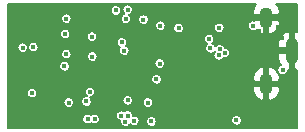
<source format=gbr>
G04 #@! TF.GenerationSoftware,KiCad,Pcbnew,(5.1.5-0-10_14)*
G04 #@! TF.CreationDate,2020-05-02T21:38:08-07:00*
G04 #@! TF.ProjectId,EOGlass,454f476c-6173-4732-9e6b-696361645f70,rev?*
G04 #@! TF.SameCoordinates,Original*
G04 #@! TF.FileFunction,Copper,L3,Inr*
G04 #@! TF.FilePolarity,Positive*
%FSLAX46Y46*%
G04 Gerber Fmt 4.6, Leading zero omitted, Abs format (unit mm)*
G04 Created by KiCad (PCBNEW (5.1.5-0-10_14)) date 2020-05-02 21:38:08*
%MOMM*%
%LPD*%
G04 APERTURE LIST*
%ADD10O,1.100000X1.800000*%
%ADD11O,1.100000X2.200000*%
%ADD12C,0.450000*%
%ADD13C,0.130000*%
%ADD14C,0.150000*%
G04 APERTURE END LIST*
D10*
X137125000Y-69000000D03*
X137125000Y-63400000D03*
D11*
X139275000Y-66200000D03*
D12*
X116500000Y-65950000D03*
X121900000Y-70500000D03*
X120200000Y-66500000D03*
X125400000Y-70400000D03*
X125400000Y-71700000D03*
X124843539Y-71705758D03*
X122600000Y-72000000D03*
X122000000Y-72000000D03*
X127830000Y-68630000D03*
X122400000Y-66700000D03*
X120036424Y-67518962D03*
X137680000Y-72470000D03*
X135900000Y-71000000D03*
X137470000Y-70930000D03*
X121412500Y-69287500D03*
X120800000Y-72500000D03*
X139300000Y-71100000D03*
X139300000Y-72597600D03*
X134400000Y-62600000D03*
X135500000Y-72600000D03*
X128100000Y-67897597D03*
X133922753Y-69664493D03*
X133900000Y-68300000D03*
X130900000Y-70200000D03*
X130900000Y-68800000D03*
X134400000Y-63100000D03*
X117187872Y-69199073D03*
X124735046Y-70462031D03*
X122500000Y-68000000D03*
X139500000Y-69700000D03*
X139500000Y-67800000D03*
X127000000Y-71400000D03*
X131981386Y-72492754D03*
X115930000Y-69010000D03*
X115460000Y-66240000D03*
X123540000Y-62500000D03*
X120530000Y-62480000D03*
X119990000Y-64260000D03*
X119840000Y-62530000D03*
X123070000Y-62500000D03*
X135910000Y-62550000D03*
X135990000Y-63390000D03*
X138320000Y-63390000D03*
X138420000Y-62470000D03*
X139500000Y-62460000D03*
X139470000Y-64340000D03*
X139530000Y-63450000D03*
X139500000Y-69210000D03*
X136920000Y-70680000D03*
X135660000Y-72050000D03*
X130680000Y-72550000D03*
X130020000Y-72550000D03*
X131360000Y-72550000D03*
X121790000Y-72550000D03*
X121260000Y-72540000D03*
X116970000Y-70360000D03*
X129850000Y-67420000D03*
X129260000Y-67440000D03*
X129480000Y-66800000D03*
X127970000Y-65290000D03*
X127960000Y-65940000D03*
X127950000Y-66530000D03*
X128860000Y-65590000D03*
X131060000Y-67360000D03*
X130230000Y-69400000D03*
X130230000Y-70210000D03*
X133770000Y-65740000D03*
X133060000Y-67280000D03*
X132580000Y-66890000D03*
X132850000Y-65490000D03*
X131000000Y-66100000D03*
X118640000Y-67940000D03*
X118690000Y-65400000D03*
X122980000Y-70470000D03*
X134290000Y-72600000D03*
X119500000Y-70470000D03*
X118720000Y-69200000D03*
X136097984Y-64884733D03*
X138500000Y-64600000D03*
X138500000Y-65100000D03*
X136500000Y-64500000D03*
X136200000Y-65500000D03*
X138705000Y-71100000D03*
X122980000Y-70470000D03*
X123200000Y-71900000D03*
X117100000Y-64700000D03*
X134200000Y-63900000D03*
X133900000Y-64900000D03*
X128600000Y-64900000D03*
X127480000Y-63690000D03*
X124950000Y-64810000D03*
X122250000Y-65910000D03*
X119180000Y-66660000D03*
X118610000Y-66660000D03*
X138120000Y-64230000D03*
X129080000Y-68140000D03*
X122020000Y-69100000D03*
X119500000Y-67930000D03*
X130840000Y-64830000D03*
X133300000Y-65000000D03*
X126330000Y-72540000D03*
X125790000Y-63520000D03*
X136200000Y-67300000D03*
X129700000Y-68000000D03*
X124900000Y-67200000D03*
X133200000Y-72600000D03*
X119700000Y-65400000D03*
X117400000Y-65200000D03*
X128702403Y-64200000D03*
X138510000Y-67850000D03*
X133600000Y-66400000D03*
X128162297Y-64096135D03*
X134600000Y-72100000D03*
X125195735Y-72210664D03*
X125946937Y-72145329D03*
X136000000Y-64100000D03*
X126724228Y-63575772D03*
X125400000Y-62740000D03*
X125239228Y-63520772D03*
X133100000Y-66600000D03*
X133200000Y-66100000D03*
X120100000Y-64800000D03*
X120200000Y-63500000D03*
X128100000Y-67295194D03*
X127100000Y-70600000D03*
X120400000Y-70600000D03*
X122370000Y-65030000D03*
X129700000Y-64300000D03*
X127400000Y-72200000D03*
X133142400Y-64274038D03*
X132290618Y-65220000D03*
X132400000Y-66000000D03*
X124900000Y-65500000D03*
X124400000Y-62800000D03*
X125100000Y-66200000D03*
X117300000Y-69800000D03*
X117400000Y-65900000D03*
X122200000Y-69700000D03*
D13*
X123200000Y-72218198D02*
X123200000Y-71900000D01*
X122770000Y-72680000D02*
X123200000Y-72218198D01*
X121850000Y-72550000D02*
X122000000Y-72700000D01*
X121790000Y-72550000D02*
X121850000Y-72550000D01*
X122750000Y-72700000D02*
X122770000Y-72680000D01*
X122000000Y-72700000D02*
X122750000Y-72700000D01*
D14*
G36*
X136167083Y-62397379D02*
G01*
X136058169Y-62596799D01*
X135990253Y-62813635D01*
X135965944Y-63039555D01*
X136124330Y-63221000D01*
X136946000Y-63221000D01*
X136946000Y-63201000D01*
X137304000Y-63201000D01*
X137304000Y-63221000D01*
X138125670Y-63221000D01*
X138284056Y-63039555D01*
X138259747Y-62813635D01*
X138191831Y-62596799D01*
X138082917Y-62397379D01*
X137980624Y-62275000D01*
X139725000Y-62275000D01*
X139725000Y-64600058D01*
X139626811Y-64573005D01*
X139454000Y-64679113D01*
X139454000Y-66021000D01*
X139474000Y-66021000D01*
X139474000Y-66379000D01*
X139454000Y-66379000D01*
X139454000Y-67720887D01*
X139626811Y-67826995D01*
X139725000Y-67799942D01*
X139725000Y-72725000D01*
X115275000Y-72725000D01*
X115275000Y-71955679D01*
X121550000Y-71955679D01*
X121550000Y-72044321D01*
X121567294Y-72131260D01*
X121601215Y-72213155D01*
X121650462Y-72286858D01*
X121713142Y-72349538D01*
X121786845Y-72398785D01*
X121868740Y-72432706D01*
X121955679Y-72450000D01*
X122044321Y-72450000D01*
X122131260Y-72432706D01*
X122213155Y-72398785D01*
X122286858Y-72349538D01*
X122300000Y-72336396D01*
X122313142Y-72349538D01*
X122386845Y-72398785D01*
X122468740Y-72432706D01*
X122555679Y-72450000D01*
X122644321Y-72450000D01*
X122731260Y-72432706D01*
X122813155Y-72398785D01*
X122886858Y-72349538D01*
X122949538Y-72286858D01*
X122998785Y-72213155D01*
X123032706Y-72131260D01*
X123050000Y-72044321D01*
X123050000Y-71955679D01*
X123032706Y-71868740D01*
X122998785Y-71786845D01*
X122949538Y-71713142D01*
X122897833Y-71661437D01*
X124393539Y-71661437D01*
X124393539Y-71750079D01*
X124410833Y-71837018D01*
X124444754Y-71918913D01*
X124494001Y-71992616D01*
X124556681Y-72055296D01*
X124630384Y-72104543D01*
X124712279Y-72138464D01*
X124749796Y-72145927D01*
X124745735Y-72166343D01*
X124745735Y-72254985D01*
X124763029Y-72341924D01*
X124796950Y-72423819D01*
X124846197Y-72497522D01*
X124908877Y-72560202D01*
X124982580Y-72609449D01*
X125064475Y-72643370D01*
X125151414Y-72660664D01*
X125240056Y-72660664D01*
X125326995Y-72643370D01*
X125408890Y-72609449D01*
X125482593Y-72560202D01*
X125545273Y-72497522D01*
X125593164Y-72425849D01*
X125597399Y-72432187D01*
X125660079Y-72494867D01*
X125733782Y-72544114D01*
X125815677Y-72578035D01*
X125902616Y-72595329D01*
X125991258Y-72595329D01*
X126078197Y-72578035D01*
X126160092Y-72544114D01*
X126233795Y-72494867D01*
X126296475Y-72432187D01*
X126345722Y-72358484D01*
X126379643Y-72276589D01*
X126396937Y-72189650D01*
X126396937Y-72155679D01*
X126950000Y-72155679D01*
X126950000Y-72244321D01*
X126967294Y-72331260D01*
X127001215Y-72413155D01*
X127050462Y-72486858D01*
X127113142Y-72549538D01*
X127186845Y-72598785D01*
X127268740Y-72632706D01*
X127355679Y-72650000D01*
X127444321Y-72650000D01*
X127531260Y-72632706D01*
X127613155Y-72598785D01*
X127686858Y-72549538D01*
X127749538Y-72486858D01*
X127798785Y-72413155D01*
X127832706Y-72331260D01*
X127850000Y-72244321D01*
X127850000Y-72155679D01*
X127832706Y-72068740D01*
X127827297Y-72055679D01*
X134150000Y-72055679D01*
X134150000Y-72144321D01*
X134167294Y-72231260D01*
X134201215Y-72313155D01*
X134250462Y-72386858D01*
X134313142Y-72449538D01*
X134386845Y-72498785D01*
X134468740Y-72532706D01*
X134555679Y-72550000D01*
X134644321Y-72550000D01*
X134731260Y-72532706D01*
X134813155Y-72498785D01*
X134886858Y-72449538D01*
X134949538Y-72386858D01*
X134998785Y-72313155D01*
X135032706Y-72231260D01*
X135050000Y-72144321D01*
X135050000Y-72055679D01*
X135032706Y-71968740D01*
X134998785Y-71886845D01*
X134949538Y-71813142D01*
X134886858Y-71750462D01*
X134813155Y-71701215D01*
X134731260Y-71667294D01*
X134644321Y-71650000D01*
X134555679Y-71650000D01*
X134468740Y-71667294D01*
X134386845Y-71701215D01*
X134313142Y-71750462D01*
X134250462Y-71813142D01*
X134201215Y-71886845D01*
X134167294Y-71968740D01*
X134150000Y-72055679D01*
X127827297Y-72055679D01*
X127798785Y-71986845D01*
X127749538Y-71913142D01*
X127686858Y-71850462D01*
X127613155Y-71801215D01*
X127531260Y-71767294D01*
X127444321Y-71750000D01*
X127355679Y-71750000D01*
X127268740Y-71767294D01*
X127186845Y-71801215D01*
X127113142Y-71850462D01*
X127050462Y-71913142D01*
X127001215Y-71986845D01*
X126967294Y-72068740D01*
X126950000Y-72155679D01*
X126396937Y-72155679D01*
X126396937Y-72101008D01*
X126379643Y-72014069D01*
X126345722Y-71932174D01*
X126296475Y-71858471D01*
X126233795Y-71795791D01*
X126160092Y-71746544D01*
X126078197Y-71712623D01*
X125991258Y-71695329D01*
X125902616Y-71695329D01*
X125850000Y-71705795D01*
X125850000Y-71655679D01*
X125832706Y-71568740D01*
X125798785Y-71486845D01*
X125749538Y-71413142D01*
X125686858Y-71350462D01*
X125613155Y-71301215D01*
X125531260Y-71267294D01*
X125444321Y-71250000D01*
X125355679Y-71250000D01*
X125268740Y-71267294D01*
X125186845Y-71301215D01*
X125117461Y-71347576D01*
X125056694Y-71306973D01*
X124974799Y-71273052D01*
X124887860Y-71255758D01*
X124799218Y-71255758D01*
X124712279Y-71273052D01*
X124630384Y-71306973D01*
X124556681Y-71356220D01*
X124494001Y-71418900D01*
X124444754Y-71492603D01*
X124410833Y-71574498D01*
X124393539Y-71661437D01*
X122897833Y-71661437D01*
X122886858Y-71650462D01*
X122813155Y-71601215D01*
X122731260Y-71567294D01*
X122644321Y-71550000D01*
X122555679Y-71550000D01*
X122468740Y-71567294D01*
X122386845Y-71601215D01*
X122313142Y-71650462D01*
X122300000Y-71663604D01*
X122286858Y-71650462D01*
X122213155Y-71601215D01*
X122131260Y-71567294D01*
X122044321Y-71550000D01*
X121955679Y-71550000D01*
X121868740Y-71567294D01*
X121786845Y-71601215D01*
X121713142Y-71650462D01*
X121650462Y-71713142D01*
X121601215Y-71786845D01*
X121567294Y-71868740D01*
X121550000Y-71955679D01*
X115275000Y-71955679D01*
X115275000Y-70555679D01*
X119950000Y-70555679D01*
X119950000Y-70644321D01*
X119967294Y-70731260D01*
X120001215Y-70813155D01*
X120050462Y-70886858D01*
X120113142Y-70949538D01*
X120186845Y-70998785D01*
X120268740Y-71032706D01*
X120355679Y-71050000D01*
X120444321Y-71050000D01*
X120531260Y-71032706D01*
X120613155Y-70998785D01*
X120686858Y-70949538D01*
X120749538Y-70886858D01*
X120798785Y-70813155D01*
X120832706Y-70731260D01*
X120850000Y-70644321D01*
X120850000Y-70555679D01*
X120832706Y-70468740D01*
X120827297Y-70455679D01*
X121450000Y-70455679D01*
X121450000Y-70544321D01*
X121467294Y-70631260D01*
X121501215Y-70713155D01*
X121550462Y-70786858D01*
X121613142Y-70849538D01*
X121686845Y-70898785D01*
X121768740Y-70932706D01*
X121855679Y-70950000D01*
X121944321Y-70950000D01*
X122031260Y-70932706D01*
X122113155Y-70898785D01*
X122186858Y-70849538D01*
X122249538Y-70786858D01*
X122298785Y-70713155D01*
X122332706Y-70631260D01*
X122350000Y-70544321D01*
X122350000Y-70455679D01*
X122332706Y-70368740D01*
X122327297Y-70355679D01*
X124950000Y-70355679D01*
X124950000Y-70444321D01*
X124967294Y-70531260D01*
X125001215Y-70613155D01*
X125050462Y-70686858D01*
X125113142Y-70749538D01*
X125186845Y-70798785D01*
X125268740Y-70832706D01*
X125355679Y-70850000D01*
X125444321Y-70850000D01*
X125531260Y-70832706D01*
X125613155Y-70798785D01*
X125686858Y-70749538D01*
X125749538Y-70686858D01*
X125798785Y-70613155D01*
X125822591Y-70555679D01*
X126650000Y-70555679D01*
X126650000Y-70644321D01*
X126667294Y-70731260D01*
X126701215Y-70813155D01*
X126750462Y-70886858D01*
X126813142Y-70949538D01*
X126886845Y-70998785D01*
X126968740Y-71032706D01*
X127055679Y-71050000D01*
X127144321Y-71050000D01*
X127231260Y-71032706D01*
X127313155Y-70998785D01*
X127386858Y-70949538D01*
X127449538Y-70886858D01*
X127498785Y-70813155D01*
X127532706Y-70731260D01*
X127550000Y-70644321D01*
X127550000Y-70555679D01*
X127532706Y-70468740D01*
X127498785Y-70386845D01*
X127449538Y-70313142D01*
X127386858Y-70250462D01*
X127313155Y-70201215D01*
X127231260Y-70167294D01*
X127144321Y-70150000D01*
X127055679Y-70150000D01*
X126968740Y-70167294D01*
X126886845Y-70201215D01*
X126813142Y-70250462D01*
X126750462Y-70313142D01*
X126701215Y-70386845D01*
X126667294Y-70468740D01*
X126650000Y-70555679D01*
X125822591Y-70555679D01*
X125832706Y-70531260D01*
X125850000Y-70444321D01*
X125850000Y-70355679D01*
X125832706Y-70268740D01*
X125798785Y-70186845D01*
X125749538Y-70113142D01*
X125686858Y-70050462D01*
X125613155Y-70001215D01*
X125531260Y-69967294D01*
X125444321Y-69950000D01*
X125355679Y-69950000D01*
X125268740Y-69967294D01*
X125186845Y-70001215D01*
X125113142Y-70050462D01*
X125050462Y-70113142D01*
X125001215Y-70186845D01*
X124967294Y-70268740D01*
X124950000Y-70355679D01*
X122327297Y-70355679D01*
X122298785Y-70286845D01*
X122249538Y-70213142D01*
X122186858Y-70150462D01*
X122186167Y-70150000D01*
X122244321Y-70150000D01*
X122331260Y-70132706D01*
X122413155Y-70098785D01*
X122486858Y-70049538D01*
X122549538Y-69986858D01*
X122598785Y-69913155D01*
X122632706Y-69831260D01*
X122650000Y-69744321D01*
X122650000Y-69655679D01*
X122632706Y-69568740D01*
X122598785Y-69486845D01*
X122549538Y-69413142D01*
X122496841Y-69360445D01*
X135965944Y-69360445D01*
X135990253Y-69586365D01*
X136058169Y-69803201D01*
X136167083Y-70002621D01*
X136312809Y-70176961D01*
X136489747Y-70319522D01*
X136691098Y-70424825D01*
X136773189Y-70426995D01*
X136946000Y-70320887D01*
X136946000Y-69179000D01*
X137304000Y-69179000D01*
X137304000Y-70320887D01*
X137476811Y-70426995D01*
X137558902Y-70424825D01*
X137760253Y-70319522D01*
X137937191Y-70176961D01*
X138082917Y-70002621D01*
X138191831Y-69803201D01*
X138259747Y-69586365D01*
X138284056Y-69360445D01*
X138125670Y-69179000D01*
X137304000Y-69179000D01*
X136946000Y-69179000D01*
X136124330Y-69179000D01*
X135965944Y-69360445D01*
X122496841Y-69360445D01*
X122486858Y-69350462D01*
X122413155Y-69301215D01*
X122331260Y-69267294D01*
X122244321Y-69250000D01*
X122155679Y-69250000D01*
X122068740Y-69267294D01*
X121986845Y-69301215D01*
X121913142Y-69350462D01*
X121850462Y-69413142D01*
X121801215Y-69486845D01*
X121767294Y-69568740D01*
X121750000Y-69655679D01*
X121750000Y-69744321D01*
X121767294Y-69831260D01*
X121801215Y-69913155D01*
X121850462Y-69986858D01*
X121913142Y-70049538D01*
X121913833Y-70050000D01*
X121855679Y-70050000D01*
X121768740Y-70067294D01*
X121686845Y-70101215D01*
X121613142Y-70150462D01*
X121550462Y-70213142D01*
X121501215Y-70286845D01*
X121467294Y-70368740D01*
X121450000Y-70455679D01*
X120827297Y-70455679D01*
X120798785Y-70386845D01*
X120749538Y-70313142D01*
X120686858Y-70250462D01*
X120613155Y-70201215D01*
X120531260Y-70167294D01*
X120444321Y-70150000D01*
X120355679Y-70150000D01*
X120268740Y-70167294D01*
X120186845Y-70201215D01*
X120113142Y-70250462D01*
X120050462Y-70313142D01*
X120001215Y-70386845D01*
X119967294Y-70468740D01*
X119950000Y-70555679D01*
X115275000Y-70555679D01*
X115275000Y-69755679D01*
X116850000Y-69755679D01*
X116850000Y-69844321D01*
X116867294Y-69931260D01*
X116901215Y-70013155D01*
X116950462Y-70086858D01*
X117013142Y-70149538D01*
X117086845Y-70198785D01*
X117168740Y-70232706D01*
X117255679Y-70250000D01*
X117344321Y-70250000D01*
X117431260Y-70232706D01*
X117513155Y-70198785D01*
X117586858Y-70149538D01*
X117649538Y-70086858D01*
X117698785Y-70013155D01*
X117732706Y-69931260D01*
X117750000Y-69844321D01*
X117750000Y-69755679D01*
X117732706Y-69668740D01*
X117698785Y-69586845D01*
X117649538Y-69513142D01*
X117586858Y-69450462D01*
X117513155Y-69401215D01*
X117431260Y-69367294D01*
X117344321Y-69350000D01*
X117255679Y-69350000D01*
X117168740Y-69367294D01*
X117086845Y-69401215D01*
X117013142Y-69450462D01*
X116950462Y-69513142D01*
X116901215Y-69586845D01*
X116867294Y-69668740D01*
X116850000Y-69755679D01*
X115275000Y-69755679D01*
X115275000Y-68585679D01*
X127380000Y-68585679D01*
X127380000Y-68674321D01*
X127397294Y-68761260D01*
X127431215Y-68843155D01*
X127480462Y-68916858D01*
X127543142Y-68979538D01*
X127616845Y-69028785D01*
X127698740Y-69062706D01*
X127785679Y-69080000D01*
X127874321Y-69080000D01*
X127961260Y-69062706D01*
X128043155Y-69028785D01*
X128116858Y-68979538D01*
X128179538Y-68916858D01*
X128228785Y-68843155D01*
X128262706Y-68761260D01*
X128280000Y-68674321D01*
X128280000Y-68639555D01*
X135965944Y-68639555D01*
X136124330Y-68821000D01*
X136946000Y-68821000D01*
X136946000Y-67679113D01*
X137304000Y-67679113D01*
X137304000Y-68821000D01*
X138125670Y-68821000D01*
X138284056Y-68639555D01*
X138259747Y-68413635D01*
X138191831Y-68196799D01*
X138152971Y-68125647D01*
X138160462Y-68136858D01*
X138223142Y-68199538D01*
X138296845Y-68248785D01*
X138378740Y-68282706D01*
X138465679Y-68300000D01*
X138554321Y-68300000D01*
X138641260Y-68282706D01*
X138723155Y-68248785D01*
X138796858Y-68199538D01*
X138859538Y-68136858D01*
X138908785Y-68063155D01*
X138942706Y-67981260D01*
X138960000Y-67894321D01*
X138960000Y-67805679D01*
X138959772Y-67804533D01*
X139096000Y-67720887D01*
X139096000Y-66379000D01*
X138142000Y-66379000D01*
X138142000Y-66929000D01*
X138198691Y-67146598D01*
X138296744Y-67348955D01*
X138355663Y-67426852D01*
X138296845Y-67451215D01*
X138223142Y-67500462D01*
X138160462Y-67563142D01*
X138111215Y-67636845D01*
X138077294Y-67718740D01*
X138060000Y-67805679D01*
X138060000Y-67894321D01*
X138077294Y-67981260D01*
X138087277Y-68005363D01*
X138082917Y-67997379D01*
X137937191Y-67823039D01*
X137760253Y-67680478D01*
X137558902Y-67575175D01*
X137476811Y-67573005D01*
X137304000Y-67679113D01*
X136946000Y-67679113D01*
X136773189Y-67573005D01*
X136691098Y-67575175D01*
X136489747Y-67680478D01*
X136312809Y-67823039D01*
X136167083Y-67997379D01*
X136058169Y-68196799D01*
X135990253Y-68413635D01*
X135965944Y-68639555D01*
X128280000Y-68639555D01*
X128280000Y-68585679D01*
X128262706Y-68498740D01*
X128228785Y-68416845D01*
X128179538Y-68343142D01*
X128116858Y-68280462D01*
X128043155Y-68231215D01*
X127961260Y-68197294D01*
X127874321Y-68180000D01*
X127785679Y-68180000D01*
X127698740Y-68197294D01*
X127616845Y-68231215D01*
X127543142Y-68280462D01*
X127480462Y-68343142D01*
X127431215Y-68416845D01*
X127397294Y-68498740D01*
X127380000Y-68585679D01*
X115275000Y-68585679D01*
X115275000Y-67474641D01*
X119586424Y-67474641D01*
X119586424Y-67563283D01*
X119603718Y-67650222D01*
X119637639Y-67732117D01*
X119686886Y-67805820D01*
X119749566Y-67868500D01*
X119823269Y-67917747D01*
X119905164Y-67951668D01*
X119992103Y-67968962D01*
X120080745Y-67968962D01*
X120167684Y-67951668D01*
X120249579Y-67917747D01*
X120323282Y-67868500D01*
X120385962Y-67805820D01*
X120435209Y-67732117D01*
X120469130Y-67650222D01*
X120486424Y-67563283D01*
X120486424Y-67474641D01*
X120469130Y-67387702D01*
X120435209Y-67305807D01*
X120398504Y-67250873D01*
X127650000Y-67250873D01*
X127650000Y-67339515D01*
X127667294Y-67426454D01*
X127701215Y-67508349D01*
X127750462Y-67582052D01*
X127813142Y-67644732D01*
X127886845Y-67693979D01*
X127968740Y-67727900D01*
X128055679Y-67745194D01*
X128144321Y-67745194D01*
X128231260Y-67727900D01*
X128313155Y-67693979D01*
X128386858Y-67644732D01*
X128449538Y-67582052D01*
X128498785Y-67508349D01*
X128532706Y-67426454D01*
X128550000Y-67339515D01*
X128550000Y-67250873D01*
X128532706Y-67163934D01*
X128498785Y-67082039D01*
X128449538Y-67008336D01*
X128386858Y-66945656D01*
X128313155Y-66896409D01*
X128231260Y-66862488D01*
X128144321Y-66845194D01*
X128055679Y-66845194D01*
X127968740Y-66862488D01*
X127886845Y-66896409D01*
X127813142Y-66945656D01*
X127750462Y-67008336D01*
X127701215Y-67082039D01*
X127667294Y-67163934D01*
X127650000Y-67250873D01*
X120398504Y-67250873D01*
X120385962Y-67232104D01*
X120323282Y-67169424D01*
X120249579Y-67120177D01*
X120167684Y-67086256D01*
X120080745Y-67068962D01*
X119992103Y-67068962D01*
X119905164Y-67086256D01*
X119823269Y-67120177D01*
X119749566Y-67169424D01*
X119686886Y-67232104D01*
X119637639Y-67305807D01*
X119603718Y-67387702D01*
X119586424Y-67474641D01*
X115275000Y-67474641D01*
X115275000Y-66455679D01*
X119750000Y-66455679D01*
X119750000Y-66544321D01*
X119767294Y-66631260D01*
X119801215Y-66713155D01*
X119850462Y-66786858D01*
X119913142Y-66849538D01*
X119986845Y-66898785D01*
X120068740Y-66932706D01*
X120155679Y-66950000D01*
X120244321Y-66950000D01*
X120331260Y-66932706D01*
X120413155Y-66898785D01*
X120486858Y-66849538D01*
X120549538Y-66786858D01*
X120598785Y-66713155D01*
X120622591Y-66655679D01*
X121950000Y-66655679D01*
X121950000Y-66744321D01*
X121967294Y-66831260D01*
X122001215Y-66913155D01*
X122050462Y-66986858D01*
X122113142Y-67049538D01*
X122186845Y-67098785D01*
X122268740Y-67132706D01*
X122355679Y-67150000D01*
X122444321Y-67150000D01*
X122531260Y-67132706D01*
X122613155Y-67098785D01*
X122686858Y-67049538D01*
X122749538Y-66986858D01*
X122798785Y-66913155D01*
X122832706Y-66831260D01*
X122850000Y-66744321D01*
X122850000Y-66655679D01*
X122832706Y-66568740D01*
X122798785Y-66486845D01*
X122749538Y-66413142D01*
X122686858Y-66350462D01*
X122613155Y-66301215D01*
X122531260Y-66267294D01*
X122444321Y-66250000D01*
X122355679Y-66250000D01*
X122268740Y-66267294D01*
X122186845Y-66301215D01*
X122113142Y-66350462D01*
X122050462Y-66413142D01*
X122001215Y-66486845D01*
X121967294Y-66568740D01*
X121950000Y-66655679D01*
X120622591Y-66655679D01*
X120632706Y-66631260D01*
X120650000Y-66544321D01*
X120650000Y-66455679D01*
X120632706Y-66368740D01*
X120598785Y-66286845D01*
X120549538Y-66213142D01*
X120486858Y-66150462D01*
X120413155Y-66101215D01*
X120331260Y-66067294D01*
X120244321Y-66050000D01*
X120155679Y-66050000D01*
X120068740Y-66067294D01*
X119986845Y-66101215D01*
X119913142Y-66150462D01*
X119850462Y-66213142D01*
X119801215Y-66286845D01*
X119767294Y-66368740D01*
X119750000Y-66455679D01*
X115275000Y-66455679D01*
X115275000Y-65905679D01*
X116050000Y-65905679D01*
X116050000Y-65994321D01*
X116067294Y-66081260D01*
X116101215Y-66163155D01*
X116150462Y-66236858D01*
X116213142Y-66299538D01*
X116286845Y-66348785D01*
X116368740Y-66382706D01*
X116455679Y-66400000D01*
X116544321Y-66400000D01*
X116631260Y-66382706D01*
X116713155Y-66348785D01*
X116786858Y-66299538D01*
X116849538Y-66236858D01*
X116898785Y-66163155D01*
X116932706Y-66081260D01*
X116950000Y-65994321D01*
X116950000Y-65944321D01*
X116967294Y-66031260D01*
X117001215Y-66113155D01*
X117050462Y-66186858D01*
X117113142Y-66249538D01*
X117186845Y-66298785D01*
X117268740Y-66332706D01*
X117355679Y-66350000D01*
X117444321Y-66350000D01*
X117531260Y-66332706D01*
X117613155Y-66298785D01*
X117686858Y-66249538D01*
X117749538Y-66186858D01*
X117798785Y-66113155D01*
X117832706Y-66031260D01*
X117850000Y-65944321D01*
X117850000Y-65855679D01*
X117832706Y-65768740D01*
X117798785Y-65686845D01*
X117749538Y-65613142D01*
X117686858Y-65550462D01*
X117613155Y-65501215D01*
X117531260Y-65467294D01*
X117444321Y-65450000D01*
X117355679Y-65450000D01*
X117268740Y-65467294D01*
X117186845Y-65501215D01*
X117113142Y-65550462D01*
X117050462Y-65613142D01*
X117001215Y-65686845D01*
X116967294Y-65768740D01*
X116950000Y-65855679D01*
X116950000Y-65905679D01*
X116932706Y-65818740D01*
X116898785Y-65736845D01*
X116849538Y-65663142D01*
X116786858Y-65600462D01*
X116713155Y-65551215D01*
X116631260Y-65517294D01*
X116544321Y-65500000D01*
X116455679Y-65500000D01*
X116368740Y-65517294D01*
X116286845Y-65551215D01*
X116213142Y-65600462D01*
X116150462Y-65663142D01*
X116101215Y-65736845D01*
X116067294Y-65818740D01*
X116050000Y-65905679D01*
X115275000Y-65905679D01*
X115275000Y-64755679D01*
X119650000Y-64755679D01*
X119650000Y-64844321D01*
X119667294Y-64931260D01*
X119701215Y-65013155D01*
X119750462Y-65086858D01*
X119813142Y-65149538D01*
X119886845Y-65198785D01*
X119968740Y-65232706D01*
X120055679Y-65250000D01*
X120144321Y-65250000D01*
X120231260Y-65232706D01*
X120313155Y-65198785D01*
X120386858Y-65149538D01*
X120449538Y-65086858D01*
X120498785Y-65013155D01*
X120510165Y-64985679D01*
X121920000Y-64985679D01*
X121920000Y-65074321D01*
X121937294Y-65161260D01*
X121971215Y-65243155D01*
X122020462Y-65316858D01*
X122083142Y-65379538D01*
X122156845Y-65428785D01*
X122238740Y-65462706D01*
X122325679Y-65480000D01*
X122414321Y-65480000D01*
X122501260Y-65462706D01*
X122518225Y-65455679D01*
X124450000Y-65455679D01*
X124450000Y-65544321D01*
X124467294Y-65631260D01*
X124501215Y-65713155D01*
X124550462Y-65786858D01*
X124613142Y-65849538D01*
X124686845Y-65898785D01*
X124744185Y-65922535D01*
X124701215Y-65986845D01*
X124667294Y-66068740D01*
X124650000Y-66155679D01*
X124650000Y-66244321D01*
X124667294Y-66331260D01*
X124701215Y-66413155D01*
X124750462Y-66486858D01*
X124813142Y-66549538D01*
X124886845Y-66598785D01*
X124968740Y-66632706D01*
X125055679Y-66650000D01*
X125144321Y-66650000D01*
X125231260Y-66632706D01*
X125313155Y-66598785D01*
X125386858Y-66549538D01*
X125449538Y-66486858D01*
X125498785Y-66413155D01*
X125532706Y-66331260D01*
X125550000Y-66244321D01*
X125550000Y-66155679D01*
X125532706Y-66068740D01*
X125498785Y-65986845D01*
X125449538Y-65913142D01*
X125386858Y-65850462D01*
X125313155Y-65801215D01*
X125255815Y-65777465D01*
X125298785Y-65713155D01*
X125332706Y-65631260D01*
X125350000Y-65544321D01*
X125350000Y-65455679D01*
X125332706Y-65368740D01*
X125298785Y-65286845D01*
X125249538Y-65213142D01*
X125212075Y-65175679D01*
X131840618Y-65175679D01*
X131840618Y-65264321D01*
X131857912Y-65351260D01*
X131891833Y-65433155D01*
X131941080Y-65506858D01*
X132003760Y-65569538D01*
X132077463Y-65618785D01*
X132128755Y-65640030D01*
X132113142Y-65650462D01*
X132050462Y-65713142D01*
X132001215Y-65786845D01*
X131967294Y-65868740D01*
X131950000Y-65955679D01*
X131950000Y-66044321D01*
X131967294Y-66131260D01*
X132001215Y-66213155D01*
X132050462Y-66286858D01*
X132113142Y-66349538D01*
X132186845Y-66398785D01*
X132268740Y-66432706D01*
X132355679Y-66450000D01*
X132444321Y-66450000D01*
X132531260Y-66432706D01*
X132613155Y-66398785D01*
X132686858Y-66349538D01*
X132749538Y-66286858D01*
X132774715Y-66249177D01*
X132786346Y-66277258D01*
X132750462Y-66313142D01*
X132701215Y-66386845D01*
X132667294Y-66468740D01*
X132650000Y-66555679D01*
X132650000Y-66644321D01*
X132667294Y-66731260D01*
X132701215Y-66813155D01*
X132750462Y-66886858D01*
X132813142Y-66949538D01*
X132886845Y-66998785D01*
X132968740Y-67032706D01*
X133055679Y-67050000D01*
X133144321Y-67050000D01*
X133231260Y-67032706D01*
X133313155Y-66998785D01*
X133386858Y-66949538D01*
X133449538Y-66886858D01*
X133483729Y-66835688D01*
X133555679Y-66850000D01*
X133644321Y-66850000D01*
X133731260Y-66832706D01*
X133813155Y-66798785D01*
X133886858Y-66749538D01*
X133949538Y-66686858D01*
X133998785Y-66613155D01*
X134032706Y-66531260D01*
X134050000Y-66444321D01*
X134050000Y-66355679D01*
X134032706Y-66268740D01*
X133998785Y-66186845D01*
X133949538Y-66113142D01*
X133886858Y-66050462D01*
X133813155Y-66001215D01*
X133731260Y-65967294D01*
X133644321Y-65950000D01*
X133624944Y-65950000D01*
X133598785Y-65886845D01*
X133549538Y-65813142D01*
X133486858Y-65750462D01*
X133413155Y-65701215D01*
X133331260Y-65667294D01*
X133244321Y-65650000D01*
X133155679Y-65650000D01*
X133068740Y-65667294D01*
X132986845Y-65701215D01*
X132913142Y-65750462D01*
X132850462Y-65813142D01*
X132825285Y-65850823D01*
X132798785Y-65786845D01*
X132749538Y-65713142D01*
X132686858Y-65650462D01*
X132613155Y-65601215D01*
X132561863Y-65579970D01*
X132577476Y-65569538D01*
X132640156Y-65506858D01*
X132664115Y-65471000D01*
X138142000Y-65471000D01*
X138142000Y-66021000D01*
X139096000Y-66021000D01*
X139096000Y-64679113D01*
X138923189Y-64573005D01*
X138794371Y-64608497D01*
X138600419Y-64722275D01*
X138432391Y-64871705D01*
X138296744Y-65051045D01*
X138198691Y-65253402D01*
X138142000Y-65471000D01*
X132664115Y-65471000D01*
X132689403Y-65433155D01*
X132723324Y-65351260D01*
X132740618Y-65264321D01*
X132740618Y-65175679D01*
X132723324Y-65088740D01*
X132689403Y-65006845D01*
X132640156Y-64933142D01*
X132577476Y-64870462D01*
X132503773Y-64821215D01*
X132421878Y-64787294D01*
X132334939Y-64770000D01*
X132246297Y-64770000D01*
X132159358Y-64787294D01*
X132077463Y-64821215D01*
X132003760Y-64870462D01*
X131941080Y-64933142D01*
X131891833Y-65006845D01*
X131857912Y-65088740D01*
X131840618Y-65175679D01*
X125212075Y-65175679D01*
X125186858Y-65150462D01*
X125113155Y-65101215D01*
X125031260Y-65067294D01*
X124944321Y-65050000D01*
X124855679Y-65050000D01*
X124768740Y-65067294D01*
X124686845Y-65101215D01*
X124613142Y-65150462D01*
X124550462Y-65213142D01*
X124501215Y-65286845D01*
X124467294Y-65368740D01*
X124450000Y-65455679D01*
X122518225Y-65455679D01*
X122583155Y-65428785D01*
X122656858Y-65379538D01*
X122719538Y-65316858D01*
X122768785Y-65243155D01*
X122802706Y-65161260D01*
X122820000Y-65074321D01*
X122820000Y-64985679D01*
X122802706Y-64898740D01*
X122768785Y-64816845D01*
X122719538Y-64743142D01*
X122656858Y-64680462D01*
X122583155Y-64631215D01*
X122501260Y-64597294D01*
X122414321Y-64580000D01*
X122325679Y-64580000D01*
X122238740Y-64597294D01*
X122156845Y-64631215D01*
X122083142Y-64680462D01*
X122020462Y-64743142D01*
X121971215Y-64816845D01*
X121937294Y-64898740D01*
X121920000Y-64985679D01*
X120510165Y-64985679D01*
X120532706Y-64931260D01*
X120550000Y-64844321D01*
X120550000Y-64755679D01*
X120532706Y-64668740D01*
X120498785Y-64586845D01*
X120449538Y-64513142D01*
X120386858Y-64450462D01*
X120313155Y-64401215D01*
X120231260Y-64367294D01*
X120144321Y-64350000D01*
X120055679Y-64350000D01*
X119968740Y-64367294D01*
X119886845Y-64401215D01*
X119813142Y-64450462D01*
X119750462Y-64513142D01*
X119701215Y-64586845D01*
X119667294Y-64668740D01*
X119650000Y-64755679D01*
X115275000Y-64755679D01*
X115275000Y-64051814D01*
X127712297Y-64051814D01*
X127712297Y-64140456D01*
X127729591Y-64227395D01*
X127763512Y-64309290D01*
X127812759Y-64382993D01*
X127875439Y-64445673D01*
X127949142Y-64494920D01*
X128031037Y-64528841D01*
X128117976Y-64546135D01*
X128206618Y-64546135D01*
X128293557Y-64528841D01*
X128375452Y-64494920D01*
X128449155Y-64445673D01*
X128511835Y-64382993D01*
X128561082Y-64309290D01*
X128583287Y-64255679D01*
X129250000Y-64255679D01*
X129250000Y-64344321D01*
X129267294Y-64431260D01*
X129301215Y-64513155D01*
X129350462Y-64586858D01*
X129413142Y-64649538D01*
X129486845Y-64698785D01*
X129568740Y-64732706D01*
X129655679Y-64750000D01*
X129744321Y-64750000D01*
X129831260Y-64732706D01*
X129913155Y-64698785D01*
X129986858Y-64649538D01*
X130049538Y-64586858D01*
X130098785Y-64513155D01*
X130132706Y-64431260D01*
X130150000Y-64344321D01*
X130150000Y-64255679D01*
X130144836Y-64229717D01*
X132692400Y-64229717D01*
X132692400Y-64318359D01*
X132709694Y-64405298D01*
X132743615Y-64487193D01*
X132792862Y-64560896D01*
X132855542Y-64623576D01*
X132929245Y-64672823D01*
X133011140Y-64706744D01*
X133098079Y-64724038D01*
X133186721Y-64724038D01*
X133273660Y-64706744D01*
X133355555Y-64672823D01*
X133429258Y-64623576D01*
X133491938Y-64560896D01*
X133541185Y-64487193D01*
X133575106Y-64405298D01*
X133592400Y-64318359D01*
X133592400Y-64229717D01*
X133575106Y-64142778D01*
X133541185Y-64060883D01*
X133537708Y-64055679D01*
X135550000Y-64055679D01*
X135550000Y-64144321D01*
X135567294Y-64231260D01*
X135601215Y-64313155D01*
X135650462Y-64386858D01*
X135713142Y-64449538D01*
X135786845Y-64498785D01*
X135868740Y-64532706D01*
X135955679Y-64550000D01*
X136044321Y-64550000D01*
X136131260Y-64532706D01*
X136213155Y-64498785D01*
X136235169Y-64484076D01*
X136312809Y-64576961D01*
X136489747Y-64719522D01*
X136691098Y-64824825D01*
X136773189Y-64826995D01*
X136946000Y-64720887D01*
X136946000Y-63579000D01*
X137304000Y-63579000D01*
X137304000Y-64720887D01*
X137476811Y-64826995D01*
X137558902Y-64824825D01*
X137760253Y-64719522D01*
X137937191Y-64576961D01*
X138082917Y-64402621D01*
X138191831Y-64203201D01*
X138259747Y-63986365D01*
X138284056Y-63760445D01*
X138125670Y-63579000D01*
X137304000Y-63579000D01*
X136946000Y-63579000D01*
X136124330Y-63579000D01*
X136059685Y-63653056D01*
X136044321Y-63650000D01*
X135955679Y-63650000D01*
X135868740Y-63667294D01*
X135786845Y-63701215D01*
X135713142Y-63750462D01*
X135650462Y-63813142D01*
X135601215Y-63886845D01*
X135567294Y-63968740D01*
X135550000Y-64055679D01*
X133537708Y-64055679D01*
X133491938Y-63987180D01*
X133429258Y-63924500D01*
X133355555Y-63875253D01*
X133273660Y-63841332D01*
X133186721Y-63824038D01*
X133098079Y-63824038D01*
X133011140Y-63841332D01*
X132929245Y-63875253D01*
X132855542Y-63924500D01*
X132792862Y-63987180D01*
X132743615Y-64060883D01*
X132709694Y-64142778D01*
X132692400Y-64229717D01*
X130144836Y-64229717D01*
X130132706Y-64168740D01*
X130098785Y-64086845D01*
X130049538Y-64013142D01*
X129986858Y-63950462D01*
X129913155Y-63901215D01*
X129831260Y-63867294D01*
X129744321Y-63850000D01*
X129655679Y-63850000D01*
X129568740Y-63867294D01*
X129486845Y-63901215D01*
X129413142Y-63950462D01*
X129350462Y-64013142D01*
X129301215Y-64086845D01*
X129267294Y-64168740D01*
X129250000Y-64255679D01*
X128583287Y-64255679D01*
X128595003Y-64227395D01*
X128612297Y-64140456D01*
X128612297Y-64051814D01*
X128595003Y-63964875D01*
X128561082Y-63882980D01*
X128511835Y-63809277D01*
X128449155Y-63746597D01*
X128375452Y-63697350D01*
X128293557Y-63663429D01*
X128206618Y-63646135D01*
X128117976Y-63646135D01*
X128031037Y-63663429D01*
X127949142Y-63697350D01*
X127875439Y-63746597D01*
X127812759Y-63809277D01*
X127763512Y-63882980D01*
X127729591Y-63964875D01*
X127712297Y-64051814D01*
X115275000Y-64051814D01*
X115275000Y-63455679D01*
X119750000Y-63455679D01*
X119750000Y-63544321D01*
X119767294Y-63631260D01*
X119801215Y-63713155D01*
X119850462Y-63786858D01*
X119913142Y-63849538D01*
X119986845Y-63898785D01*
X120068740Y-63932706D01*
X120155679Y-63950000D01*
X120244321Y-63950000D01*
X120331260Y-63932706D01*
X120413155Y-63898785D01*
X120486858Y-63849538D01*
X120549538Y-63786858D01*
X120598785Y-63713155D01*
X120632706Y-63631260D01*
X120650000Y-63544321D01*
X120650000Y-63476451D01*
X124789228Y-63476451D01*
X124789228Y-63565093D01*
X124806522Y-63652032D01*
X124840443Y-63733927D01*
X124889690Y-63807630D01*
X124952370Y-63870310D01*
X125026073Y-63919557D01*
X125107968Y-63953478D01*
X125194907Y-63970772D01*
X125283549Y-63970772D01*
X125370488Y-63953478D01*
X125452383Y-63919557D01*
X125526086Y-63870310D01*
X125588766Y-63807630D01*
X125638013Y-63733927D01*
X125671934Y-63652032D01*
X125689228Y-63565093D01*
X125689228Y-63531451D01*
X126274228Y-63531451D01*
X126274228Y-63620093D01*
X126291522Y-63707032D01*
X126325443Y-63788927D01*
X126374690Y-63862630D01*
X126437370Y-63925310D01*
X126511073Y-63974557D01*
X126592968Y-64008478D01*
X126679907Y-64025772D01*
X126768549Y-64025772D01*
X126855488Y-64008478D01*
X126937383Y-63974557D01*
X127011086Y-63925310D01*
X127073766Y-63862630D01*
X127123013Y-63788927D01*
X127156934Y-63707032D01*
X127174228Y-63620093D01*
X127174228Y-63531451D01*
X127156934Y-63444512D01*
X127123013Y-63362617D01*
X127073766Y-63288914D01*
X127011086Y-63226234D01*
X126937383Y-63176987D01*
X126855488Y-63143066D01*
X126768549Y-63125772D01*
X126679907Y-63125772D01*
X126592968Y-63143066D01*
X126511073Y-63176987D01*
X126437370Y-63226234D01*
X126374690Y-63288914D01*
X126325443Y-63362617D01*
X126291522Y-63444512D01*
X126274228Y-63531451D01*
X125689228Y-63531451D01*
X125689228Y-63476451D01*
X125671934Y-63389512D01*
X125638013Y-63307617D01*
X125588766Y-63233914D01*
X125528172Y-63173320D01*
X125531260Y-63172706D01*
X125613155Y-63138785D01*
X125686858Y-63089538D01*
X125749538Y-63026858D01*
X125798785Y-62953155D01*
X125832706Y-62871260D01*
X125850000Y-62784321D01*
X125850000Y-62695679D01*
X125832706Y-62608740D01*
X125798785Y-62526845D01*
X125749538Y-62453142D01*
X125686858Y-62390462D01*
X125613155Y-62341215D01*
X125531260Y-62307294D01*
X125444321Y-62290000D01*
X125355679Y-62290000D01*
X125268740Y-62307294D01*
X125186845Y-62341215D01*
X125113142Y-62390462D01*
X125050462Y-62453142D01*
X125001215Y-62526845D01*
X124967294Y-62608740D01*
X124950000Y-62695679D01*
X124950000Y-62784321D01*
X124967294Y-62871260D01*
X125001215Y-62953155D01*
X125050462Y-63026858D01*
X125111056Y-63087452D01*
X125107968Y-63088066D01*
X125026073Y-63121987D01*
X124952370Y-63171234D01*
X124889690Y-63233914D01*
X124840443Y-63307617D01*
X124806522Y-63389512D01*
X124789228Y-63476451D01*
X120650000Y-63476451D01*
X120650000Y-63455679D01*
X120632706Y-63368740D01*
X120598785Y-63286845D01*
X120549538Y-63213142D01*
X120486858Y-63150462D01*
X120413155Y-63101215D01*
X120331260Y-63067294D01*
X120244321Y-63050000D01*
X120155679Y-63050000D01*
X120068740Y-63067294D01*
X119986845Y-63101215D01*
X119913142Y-63150462D01*
X119850462Y-63213142D01*
X119801215Y-63286845D01*
X119767294Y-63368740D01*
X119750000Y-63455679D01*
X115275000Y-63455679D01*
X115275000Y-62755679D01*
X123950000Y-62755679D01*
X123950000Y-62844321D01*
X123967294Y-62931260D01*
X124001215Y-63013155D01*
X124050462Y-63086858D01*
X124113142Y-63149538D01*
X124186845Y-63198785D01*
X124268740Y-63232706D01*
X124355679Y-63250000D01*
X124444321Y-63250000D01*
X124531260Y-63232706D01*
X124613155Y-63198785D01*
X124686858Y-63149538D01*
X124749538Y-63086858D01*
X124798785Y-63013155D01*
X124832706Y-62931260D01*
X124850000Y-62844321D01*
X124850000Y-62755679D01*
X124832706Y-62668740D01*
X124798785Y-62586845D01*
X124749538Y-62513142D01*
X124686858Y-62450462D01*
X124613155Y-62401215D01*
X124531260Y-62367294D01*
X124444321Y-62350000D01*
X124355679Y-62350000D01*
X124268740Y-62367294D01*
X124186845Y-62401215D01*
X124113142Y-62450462D01*
X124050462Y-62513142D01*
X124001215Y-62586845D01*
X123967294Y-62668740D01*
X123950000Y-62755679D01*
X115275000Y-62755679D01*
X115275000Y-62275000D01*
X136269376Y-62275000D01*
X136167083Y-62397379D01*
G37*
X136167083Y-62397379D02*
X136058169Y-62596799D01*
X135990253Y-62813635D01*
X135965944Y-63039555D01*
X136124330Y-63221000D01*
X136946000Y-63221000D01*
X136946000Y-63201000D01*
X137304000Y-63201000D01*
X137304000Y-63221000D01*
X138125670Y-63221000D01*
X138284056Y-63039555D01*
X138259747Y-62813635D01*
X138191831Y-62596799D01*
X138082917Y-62397379D01*
X137980624Y-62275000D01*
X139725000Y-62275000D01*
X139725000Y-64600058D01*
X139626811Y-64573005D01*
X139454000Y-64679113D01*
X139454000Y-66021000D01*
X139474000Y-66021000D01*
X139474000Y-66379000D01*
X139454000Y-66379000D01*
X139454000Y-67720887D01*
X139626811Y-67826995D01*
X139725000Y-67799942D01*
X139725000Y-72725000D01*
X115275000Y-72725000D01*
X115275000Y-71955679D01*
X121550000Y-71955679D01*
X121550000Y-72044321D01*
X121567294Y-72131260D01*
X121601215Y-72213155D01*
X121650462Y-72286858D01*
X121713142Y-72349538D01*
X121786845Y-72398785D01*
X121868740Y-72432706D01*
X121955679Y-72450000D01*
X122044321Y-72450000D01*
X122131260Y-72432706D01*
X122213155Y-72398785D01*
X122286858Y-72349538D01*
X122300000Y-72336396D01*
X122313142Y-72349538D01*
X122386845Y-72398785D01*
X122468740Y-72432706D01*
X122555679Y-72450000D01*
X122644321Y-72450000D01*
X122731260Y-72432706D01*
X122813155Y-72398785D01*
X122886858Y-72349538D01*
X122949538Y-72286858D01*
X122998785Y-72213155D01*
X123032706Y-72131260D01*
X123050000Y-72044321D01*
X123050000Y-71955679D01*
X123032706Y-71868740D01*
X122998785Y-71786845D01*
X122949538Y-71713142D01*
X122897833Y-71661437D01*
X124393539Y-71661437D01*
X124393539Y-71750079D01*
X124410833Y-71837018D01*
X124444754Y-71918913D01*
X124494001Y-71992616D01*
X124556681Y-72055296D01*
X124630384Y-72104543D01*
X124712279Y-72138464D01*
X124749796Y-72145927D01*
X124745735Y-72166343D01*
X124745735Y-72254985D01*
X124763029Y-72341924D01*
X124796950Y-72423819D01*
X124846197Y-72497522D01*
X124908877Y-72560202D01*
X124982580Y-72609449D01*
X125064475Y-72643370D01*
X125151414Y-72660664D01*
X125240056Y-72660664D01*
X125326995Y-72643370D01*
X125408890Y-72609449D01*
X125482593Y-72560202D01*
X125545273Y-72497522D01*
X125593164Y-72425849D01*
X125597399Y-72432187D01*
X125660079Y-72494867D01*
X125733782Y-72544114D01*
X125815677Y-72578035D01*
X125902616Y-72595329D01*
X125991258Y-72595329D01*
X126078197Y-72578035D01*
X126160092Y-72544114D01*
X126233795Y-72494867D01*
X126296475Y-72432187D01*
X126345722Y-72358484D01*
X126379643Y-72276589D01*
X126396937Y-72189650D01*
X126396937Y-72155679D01*
X126950000Y-72155679D01*
X126950000Y-72244321D01*
X126967294Y-72331260D01*
X127001215Y-72413155D01*
X127050462Y-72486858D01*
X127113142Y-72549538D01*
X127186845Y-72598785D01*
X127268740Y-72632706D01*
X127355679Y-72650000D01*
X127444321Y-72650000D01*
X127531260Y-72632706D01*
X127613155Y-72598785D01*
X127686858Y-72549538D01*
X127749538Y-72486858D01*
X127798785Y-72413155D01*
X127832706Y-72331260D01*
X127850000Y-72244321D01*
X127850000Y-72155679D01*
X127832706Y-72068740D01*
X127827297Y-72055679D01*
X134150000Y-72055679D01*
X134150000Y-72144321D01*
X134167294Y-72231260D01*
X134201215Y-72313155D01*
X134250462Y-72386858D01*
X134313142Y-72449538D01*
X134386845Y-72498785D01*
X134468740Y-72532706D01*
X134555679Y-72550000D01*
X134644321Y-72550000D01*
X134731260Y-72532706D01*
X134813155Y-72498785D01*
X134886858Y-72449538D01*
X134949538Y-72386858D01*
X134998785Y-72313155D01*
X135032706Y-72231260D01*
X135050000Y-72144321D01*
X135050000Y-72055679D01*
X135032706Y-71968740D01*
X134998785Y-71886845D01*
X134949538Y-71813142D01*
X134886858Y-71750462D01*
X134813155Y-71701215D01*
X134731260Y-71667294D01*
X134644321Y-71650000D01*
X134555679Y-71650000D01*
X134468740Y-71667294D01*
X134386845Y-71701215D01*
X134313142Y-71750462D01*
X134250462Y-71813142D01*
X134201215Y-71886845D01*
X134167294Y-71968740D01*
X134150000Y-72055679D01*
X127827297Y-72055679D01*
X127798785Y-71986845D01*
X127749538Y-71913142D01*
X127686858Y-71850462D01*
X127613155Y-71801215D01*
X127531260Y-71767294D01*
X127444321Y-71750000D01*
X127355679Y-71750000D01*
X127268740Y-71767294D01*
X127186845Y-71801215D01*
X127113142Y-71850462D01*
X127050462Y-71913142D01*
X127001215Y-71986845D01*
X126967294Y-72068740D01*
X126950000Y-72155679D01*
X126396937Y-72155679D01*
X126396937Y-72101008D01*
X126379643Y-72014069D01*
X126345722Y-71932174D01*
X126296475Y-71858471D01*
X126233795Y-71795791D01*
X126160092Y-71746544D01*
X126078197Y-71712623D01*
X125991258Y-71695329D01*
X125902616Y-71695329D01*
X125850000Y-71705795D01*
X125850000Y-71655679D01*
X125832706Y-71568740D01*
X125798785Y-71486845D01*
X125749538Y-71413142D01*
X125686858Y-71350462D01*
X125613155Y-71301215D01*
X125531260Y-71267294D01*
X125444321Y-71250000D01*
X125355679Y-71250000D01*
X125268740Y-71267294D01*
X125186845Y-71301215D01*
X125117461Y-71347576D01*
X125056694Y-71306973D01*
X124974799Y-71273052D01*
X124887860Y-71255758D01*
X124799218Y-71255758D01*
X124712279Y-71273052D01*
X124630384Y-71306973D01*
X124556681Y-71356220D01*
X124494001Y-71418900D01*
X124444754Y-71492603D01*
X124410833Y-71574498D01*
X124393539Y-71661437D01*
X122897833Y-71661437D01*
X122886858Y-71650462D01*
X122813155Y-71601215D01*
X122731260Y-71567294D01*
X122644321Y-71550000D01*
X122555679Y-71550000D01*
X122468740Y-71567294D01*
X122386845Y-71601215D01*
X122313142Y-71650462D01*
X122300000Y-71663604D01*
X122286858Y-71650462D01*
X122213155Y-71601215D01*
X122131260Y-71567294D01*
X122044321Y-71550000D01*
X121955679Y-71550000D01*
X121868740Y-71567294D01*
X121786845Y-71601215D01*
X121713142Y-71650462D01*
X121650462Y-71713142D01*
X121601215Y-71786845D01*
X121567294Y-71868740D01*
X121550000Y-71955679D01*
X115275000Y-71955679D01*
X115275000Y-70555679D01*
X119950000Y-70555679D01*
X119950000Y-70644321D01*
X119967294Y-70731260D01*
X120001215Y-70813155D01*
X120050462Y-70886858D01*
X120113142Y-70949538D01*
X120186845Y-70998785D01*
X120268740Y-71032706D01*
X120355679Y-71050000D01*
X120444321Y-71050000D01*
X120531260Y-71032706D01*
X120613155Y-70998785D01*
X120686858Y-70949538D01*
X120749538Y-70886858D01*
X120798785Y-70813155D01*
X120832706Y-70731260D01*
X120850000Y-70644321D01*
X120850000Y-70555679D01*
X120832706Y-70468740D01*
X120827297Y-70455679D01*
X121450000Y-70455679D01*
X121450000Y-70544321D01*
X121467294Y-70631260D01*
X121501215Y-70713155D01*
X121550462Y-70786858D01*
X121613142Y-70849538D01*
X121686845Y-70898785D01*
X121768740Y-70932706D01*
X121855679Y-70950000D01*
X121944321Y-70950000D01*
X122031260Y-70932706D01*
X122113155Y-70898785D01*
X122186858Y-70849538D01*
X122249538Y-70786858D01*
X122298785Y-70713155D01*
X122332706Y-70631260D01*
X122350000Y-70544321D01*
X122350000Y-70455679D01*
X122332706Y-70368740D01*
X122327297Y-70355679D01*
X124950000Y-70355679D01*
X124950000Y-70444321D01*
X124967294Y-70531260D01*
X125001215Y-70613155D01*
X125050462Y-70686858D01*
X125113142Y-70749538D01*
X125186845Y-70798785D01*
X125268740Y-70832706D01*
X125355679Y-70850000D01*
X125444321Y-70850000D01*
X125531260Y-70832706D01*
X125613155Y-70798785D01*
X125686858Y-70749538D01*
X125749538Y-70686858D01*
X125798785Y-70613155D01*
X125822591Y-70555679D01*
X126650000Y-70555679D01*
X126650000Y-70644321D01*
X126667294Y-70731260D01*
X126701215Y-70813155D01*
X126750462Y-70886858D01*
X126813142Y-70949538D01*
X126886845Y-70998785D01*
X126968740Y-71032706D01*
X127055679Y-71050000D01*
X127144321Y-71050000D01*
X127231260Y-71032706D01*
X127313155Y-70998785D01*
X127386858Y-70949538D01*
X127449538Y-70886858D01*
X127498785Y-70813155D01*
X127532706Y-70731260D01*
X127550000Y-70644321D01*
X127550000Y-70555679D01*
X127532706Y-70468740D01*
X127498785Y-70386845D01*
X127449538Y-70313142D01*
X127386858Y-70250462D01*
X127313155Y-70201215D01*
X127231260Y-70167294D01*
X127144321Y-70150000D01*
X127055679Y-70150000D01*
X126968740Y-70167294D01*
X126886845Y-70201215D01*
X126813142Y-70250462D01*
X126750462Y-70313142D01*
X126701215Y-70386845D01*
X126667294Y-70468740D01*
X126650000Y-70555679D01*
X125822591Y-70555679D01*
X125832706Y-70531260D01*
X125850000Y-70444321D01*
X125850000Y-70355679D01*
X125832706Y-70268740D01*
X125798785Y-70186845D01*
X125749538Y-70113142D01*
X125686858Y-70050462D01*
X125613155Y-70001215D01*
X125531260Y-69967294D01*
X125444321Y-69950000D01*
X125355679Y-69950000D01*
X125268740Y-69967294D01*
X125186845Y-70001215D01*
X125113142Y-70050462D01*
X125050462Y-70113142D01*
X125001215Y-70186845D01*
X124967294Y-70268740D01*
X124950000Y-70355679D01*
X122327297Y-70355679D01*
X122298785Y-70286845D01*
X122249538Y-70213142D01*
X122186858Y-70150462D01*
X122186167Y-70150000D01*
X122244321Y-70150000D01*
X122331260Y-70132706D01*
X122413155Y-70098785D01*
X122486858Y-70049538D01*
X122549538Y-69986858D01*
X122598785Y-69913155D01*
X122632706Y-69831260D01*
X122650000Y-69744321D01*
X122650000Y-69655679D01*
X122632706Y-69568740D01*
X122598785Y-69486845D01*
X122549538Y-69413142D01*
X122496841Y-69360445D01*
X135965944Y-69360445D01*
X135990253Y-69586365D01*
X136058169Y-69803201D01*
X136167083Y-70002621D01*
X136312809Y-70176961D01*
X136489747Y-70319522D01*
X136691098Y-70424825D01*
X136773189Y-70426995D01*
X136946000Y-70320887D01*
X136946000Y-69179000D01*
X137304000Y-69179000D01*
X137304000Y-70320887D01*
X137476811Y-70426995D01*
X137558902Y-70424825D01*
X137760253Y-70319522D01*
X137937191Y-70176961D01*
X138082917Y-70002621D01*
X138191831Y-69803201D01*
X138259747Y-69586365D01*
X138284056Y-69360445D01*
X138125670Y-69179000D01*
X137304000Y-69179000D01*
X136946000Y-69179000D01*
X136124330Y-69179000D01*
X135965944Y-69360445D01*
X122496841Y-69360445D01*
X122486858Y-69350462D01*
X122413155Y-69301215D01*
X122331260Y-69267294D01*
X122244321Y-69250000D01*
X122155679Y-69250000D01*
X122068740Y-69267294D01*
X121986845Y-69301215D01*
X121913142Y-69350462D01*
X121850462Y-69413142D01*
X121801215Y-69486845D01*
X121767294Y-69568740D01*
X121750000Y-69655679D01*
X121750000Y-69744321D01*
X121767294Y-69831260D01*
X121801215Y-69913155D01*
X121850462Y-69986858D01*
X121913142Y-70049538D01*
X121913833Y-70050000D01*
X121855679Y-70050000D01*
X121768740Y-70067294D01*
X121686845Y-70101215D01*
X121613142Y-70150462D01*
X121550462Y-70213142D01*
X121501215Y-70286845D01*
X121467294Y-70368740D01*
X121450000Y-70455679D01*
X120827297Y-70455679D01*
X120798785Y-70386845D01*
X120749538Y-70313142D01*
X120686858Y-70250462D01*
X120613155Y-70201215D01*
X120531260Y-70167294D01*
X120444321Y-70150000D01*
X120355679Y-70150000D01*
X120268740Y-70167294D01*
X120186845Y-70201215D01*
X120113142Y-70250462D01*
X120050462Y-70313142D01*
X120001215Y-70386845D01*
X119967294Y-70468740D01*
X119950000Y-70555679D01*
X115275000Y-70555679D01*
X115275000Y-69755679D01*
X116850000Y-69755679D01*
X116850000Y-69844321D01*
X116867294Y-69931260D01*
X116901215Y-70013155D01*
X116950462Y-70086858D01*
X117013142Y-70149538D01*
X117086845Y-70198785D01*
X117168740Y-70232706D01*
X117255679Y-70250000D01*
X117344321Y-70250000D01*
X117431260Y-70232706D01*
X117513155Y-70198785D01*
X117586858Y-70149538D01*
X117649538Y-70086858D01*
X117698785Y-70013155D01*
X117732706Y-69931260D01*
X117750000Y-69844321D01*
X117750000Y-69755679D01*
X117732706Y-69668740D01*
X117698785Y-69586845D01*
X117649538Y-69513142D01*
X117586858Y-69450462D01*
X117513155Y-69401215D01*
X117431260Y-69367294D01*
X117344321Y-69350000D01*
X117255679Y-69350000D01*
X117168740Y-69367294D01*
X117086845Y-69401215D01*
X117013142Y-69450462D01*
X116950462Y-69513142D01*
X116901215Y-69586845D01*
X116867294Y-69668740D01*
X116850000Y-69755679D01*
X115275000Y-69755679D01*
X115275000Y-68585679D01*
X127380000Y-68585679D01*
X127380000Y-68674321D01*
X127397294Y-68761260D01*
X127431215Y-68843155D01*
X127480462Y-68916858D01*
X127543142Y-68979538D01*
X127616845Y-69028785D01*
X127698740Y-69062706D01*
X127785679Y-69080000D01*
X127874321Y-69080000D01*
X127961260Y-69062706D01*
X128043155Y-69028785D01*
X128116858Y-68979538D01*
X128179538Y-68916858D01*
X128228785Y-68843155D01*
X128262706Y-68761260D01*
X128280000Y-68674321D01*
X128280000Y-68639555D01*
X135965944Y-68639555D01*
X136124330Y-68821000D01*
X136946000Y-68821000D01*
X136946000Y-67679113D01*
X137304000Y-67679113D01*
X137304000Y-68821000D01*
X138125670Y-68821000D01*
X138284056Y-68639555D01*
X138259747Y-68413635D01*
X138191831Y-68196799D01*
X138152971Y-68125647D01*
X138160462Y-68136858D01*
X138223142Y-68199538D01*
X138296845Y-68248785D01*
X138378740Y-68282706D01*
X138465679Y-68300000D01*
X138554321Y-68300000D01*
X138641260Y-68282706D01*
X138723155Y-68248785D01*
X138796858Y-68199538D01*
X138859538Y-68136858D01*
X138908785Y-68063155D01*
X138942706Y-67981260D01*
X138960000Y-67894321D01*
X138960000Y-67805679D01*
X138959772Y-67804533D01*
X139096000Y-67720887D01*
X139096000Y-66379000D01*
X138142000Y-66379000D01*
X138142000Y-66929000D01*
X138198691Y-67146598D01*
X138296744Y-67348955D01*
X138355663Y-67426852D01*
X138296845Y-67451215D01*
X138223142Y-67500462D01*
X138160462Y-67563142D01*
X138111215Y-67636845D01*
X138077294Y-67718740D01*
X138060000Y-67805679D01*
X138060000Y-67894321D01*
X138077294Y-67981260D01*
X138087277Y-68005363D01*
X138082917Y-67997379D01*
X137937191Y-67823039D01*
X137760253Y-67680478D01*
X137558902Y-67575175D01*
X137476811Y-67573005D01*
X137304000Y-67679113D01*
X136946000Y-67679113D01*
X136773189Y-67573005D01*
X136691098Y-67575175D01*
X136489747Y-67680478D01*
X136312809Y-67823039D01*
X136167083Y-67997379D01*
X136058169Y-68196799D01*
X135990253Y-68413635D01*
X135965944Y-68639555D01*
X128280000Y-68639555D01*
X128280000Y-68585679D01*
X128262706Y-68498740D01*
X128228785Y-68416845D01*
X128179538Y-68343142D01*
X128116858Y-68280462D01*
X128043155Y-68231215D01*
X127961260Y-68197294D01*
X127874321Y-68180000D01*
X127785679Y-68180000D01*
X127698740Y-68197294D01*
X127616845Y-68231215D01*
X127543142Y-68280462D01*
X127480462Y-68343142D01*
X127431215Y-68416845D01*
X127397294Y-68498740D01*
X127380000Y-68585679D01*
X115275000Y-68585679D01*
X115275000Y-67474641D01*
X119586424Y-67474641D01*
X119586424Y-67563283D01*
X119603718Y-67650222D01*
X119637639Y-67732117D01*
X119686886Y-67805820D01*
X119749566Y-67868500D01*
X119823269Y-67917747D01*
X119905164Y-67951668D01*
X119992103Y-67968962D01*
X120080745Y-67968962D01*
X120167684Y-67951668D01*
X120249579Y-67917747D01*
X120323282Y-67868500D01*
X120385962Y-67805820D01*
X120435209Y-67732117D01*
X120469130Y-67650222D01*
X120486424Y-67563283D01*
X120486424Y-67474641D01*
X120469130Y-67387702D01*
X120435209Y-67305807D01*
X120398504Y-67250873D01*
X127650000Y-67250873D01*
X127650000Y-67339515D01*
X127667294Y-67426454D01*
X127701215Y-67508349D01*
X127750462Y-67582052D01*
X127813142Y-67644732D01*
X127886845Y-67693979D01*
X127968740Y-67727900D01*
X128055679Y-67745194D01*
X128144321Y-67745194D01*
X128231260Y-67727900D01*
X128313155Y-67693979D01*
X128386858Y-67644732D01*
X128449538Y-67582052D01*
X128498785Y-67508349D01*
X128532706Y-67426454D01*
X128550000Y-67339515D01*
X128550000Y-67250873D01*
X128532706Y-67163934D01*
X128498785Y-67082039D01*
X128449538Y-67008336D01*
X128386858Y-66945656D01*
X128313155Y-66896409D01*
X128231260Y-66862488D01*
X128144321Y-66845194D01*
X128055679Y-66845194D01*
X127968740Y-66862488D01*
X127886845Y-66896409D01*
X127813142Y-66945656D01*
X127750462Y-67008336D01*
X127701215Y-67082039D01*
X127667294Y-67163934D01*
X127650000Y-67250873D01*
X120398504Y-67250873D01*
X120385962Y-67232104D01*
X120323282Y-67169424D01*
X120249579Y-67120177D01*
X120167684Y-67086256D01*
X120080745Y-67068962D01*
X119992103Y-67068962D01*
X119905164Y-67086256D01*
X119823269Y-67120177D01*
X119749566Y-67169424D01*
X119686886Y-67232104D01*
X119637639Y-67305807D01*
X119603718Y-67387702D01*
X119586424Y-67474641D01*
X115275000Y-67474641D01*
X115275000Y-66455679D01*
X119750000Y-66455679D01*
X119750000Y-66544321D01*
X119767294Y-66631260D01*
X119801215Y-66713155D01*
X119850462Y-66786858D01*
X119913142Y-66849538D01*
X119986845Y-66898785D01*
X120068740Y-66932706D01*
X120155679Y-66950000D01*
X120244321Y-66950000D01*
X120331260Y-66932706D01*
X120413155Y-66898785D01*
X120486858Y-66849538D01*
X120549538Y-66786858D01*
X120598785Y-66713155D01*
X120622591Y-66655679D01*
X121950000Y-66655679D01*
X121950000Y-66744321D01*
X121967294Y-66831260D01*
X122001215Y-66913155D01*
X122050462Y-66986858D01*
X122113142Y-67049538D01*
X122186845Y-67098785D01*
X122268740Y-67132706D01*
X122355679Y-67150000D01*
X122444321Y-67150000D01*
X122531260Y-67132706D01*
X122613155Y-67098785D01*
X122686858Y-67049538D01*
X122749538Y-66986858D01*
X122798785Y-66913155D01*
X122832706Y-66831260D01*
X122850000Y-66744321D01*
X122850000Y-66655679D01*
X122832706Y-66568740D01*
X122798785Y-66486845D01*
X122749538Y-66413142D01*
X122686858Y-66350462D01*
X122613155Y-66301215D01*
X122531260Y-66267294D01*
X122444321Y-66250000D01*
X122355679Y-66250000D01*
X122268740Y-66267294D01*
X122186845Y-66301215D01*
X122113142Y-66350462D01*
X122050462Y-66413142D01*
X122001215Y-66486845D01*
X121967294Y-66568740D01*
X121950000Y-66655679D01*
X120622591Y-66655679D01*
X120632706Y-66631260D01*
X120650000Y-66544321D01*
X120650000Y-66455679D01*
X120632706Y-66368740D01*
X120598785Y-66286845D01*
X120549538Y-66213142D01*
X120486858Y-66150462D01*
X120413155Y-66101215D01*
X120331260Y-66067294D01*
X120244321Y-66050000D01*
X120155679Y-66050000D01*
X120068740Y-66067294D01*
X119986845Y-66101215D01*
X119913142Y-66150462D01*
X119850462Y-66213142D01*
X119801215Y-66286845D01*
X119767294Y-66368740D01*
X119750000Y-66455679D01*
X115275000Y-66455679D01*
X115275000Y-65905679D01*
X116050000Y-65905679D01*
X116050000Y-65994321D01*
X116067294Y-66081260D01*
X116101215Y-66163155D01*
X116150462Y-66236858D01*
X116213142Y-66299538D01*
X116286845Y-66348785D01*
X116368740Y-66382706D01*
X116455679Y-66400000D01*
X116544321Y-66400000D01*
X116631260Y-66382706D01*
X116713155Y-66348785D01*
X116786858Y-66299538D01*
X116849538Y-66236858D01*
X116898785Y-66163155D01*
X116932706Y-66081260D01*
X116950000Y-65994321D01*
X116950000Y-65944321D01*
X116967294Y-66031260D01*
X117001215Y-66113155D01*
X117050462Y-66186858D01*
X117113142Y-66249538D01*
X117186845Y-66298785D01*
X117268740Y-66332706D01*
X117355679Y-66350000D01*
X117444321Y-66350000D01*
X117531260Y-66332706D01*
X117613155Y-66298785D01*
X117686858Y-66249538D01*
X117749538Y-66186858D01*
X117798785Y-66113155D01*
X117832706Y-66031260D01*
X117850000Y-65944321D01*
X117850000Y-65855679D01*
X117832706Y-65768740D01*
X117798785Y-65686845D01*
X117749538Y-65613142D01*
X117686858Y-65550462D01*
X117613155Y-65501215D01*
X117531260Y-65467294D01*
X117444321Y-65450000D01*
X117355679Y-65450000D01*
X117268740Y-65467294D01*
X117186845Y-65501215D01*
X117113142Y-65550462D01*
X117050462Y-65613142D01*
X117001215Y-65686845D01*
X116967294Y-65768740D01*
X116950000Y-65855679D01*
X116950000Y-65905679D01*
X116932706Y-65818740D01*
X116898785Y-65736845D01*
X116849538Y-65663142D01*
X116786858Y-65600462D01*
X116713155Y-65551215D01*
X116631260Y-65517294D01*
X116544321Y-65500000D01*
X116455679Y-65500000D01*
X116368740Y-65517294D01*
X116286845Y-65551215D01*
X116213142Y-65600462D01*
X116150462Y-65663142D01*
X116101215Y-65736845D01*
X116067294Y-65818740D01*
X116050000Y-65905679D01*
X115275000Y-65905679D01*
X115275000Y-64755679D01*
X119650000Y-64755679D01*
X119650000Y-64844321D01*
X119667294Y-64931260D01*
X119701215Y-65013155D01*
X119750462Y-65086858D01*
X119813142Y-65149538D01*
X119886845Y-65198785D01*
X119968740Y-65232706D01*
X120055679Y-65250000D01*
X120144321Y-65250000D01*
X120231260Y-65232706D01*
X120313155Y-65198785D01*
X120386858Y-65149538D01*
X120449538Y-65086858D01*
X120498785Y-65013155D01*
X120510165Y-64985679D01*
X121920000Y-64985679D01*
X121920000Y-65074321D01*
X121937294Y-65161260D01*
X121971215Y-65243155D01*
X122020462Y-65316858D01*
X122083142Y-65379538D01*
X122156845Y-65428785D01*
X122238740Y-65462706D01*
X122325679Y-65480000D01*
X122414321Y-65480000D01*
X122501260Y-65462706D01*
X122518225Y-65455679D01*
X124450000Y-65455679D01*
X124450000Y-65544321D01*
X124467294Y-65631260D01*
X124501215Y-65713155D01*
X124550462Y-65786858D01*
X124613142Y-65849538D01*
X124686845Y-65898785D01*
X124744185Y-65922535D01*
X124701215Y-65986845D01*
X124667294Y-66068740D01*
X124650000Y-66155679D01*
X124650000Y-66244321D01*
X124667294Y-66331260D01*
X124701215Y-66413155D01*
X124750462Y-66486858D01*
X124813142Y-66549538D01*
X124886845Y-66598785D01*
X124968740Y-66632706D01*
X125055679Y-66650000D01*
X125144321Y-66650000D01*
X125231260Y-66632706D01*
X125313155Y-66598785D01*
X125386858Y-66549538D01*
X125449538Y-66486858D01*
X125498785Y-66413155D01*
X125532706Y-66331260D01*
X125550000Y-66244321D01*
X125550000Y-66155679D01*
X125532706Y-66068740D01*
X125498785Y-65986845D01*
X125449538Y-65913142D01*
X125386858Y-65850462D01*
X125313155Y-65801215D01*
X125255815Y-65777465D01*
X125298785Y-65713155D01*
X125332706Y-65631260D01*
X125350000Y-65544321D01*
X125350000Y-65455679D01*
X125332706Y-65368740D01*
X125298785Y-65286845D01*
X125249538Y-65213142D01*
X125212075Y-65175679D01*
X131840618Y-65175679D01*
X131840618Y-65264321D01*
X131857912Y-65351260D01*
X131891833Y-65433155D01*
X131941080Y-65506858D01*
X132003760Y-65569538D01*
X132077463Y-65618785D01*
X132128755Y-65640030D01*
X132113142Y-65650462D01*
X132050462Y-65713142D01*
X132001215Y-65786845D01*
X131967294Y-65868740D01*
X131950000Y-65955679D01*
X131950000Y-66044321D01*
X131967294Y-66131260D01*
X132001215Y-66213155D01*
X132050462Y-66286858D01*
X132113142Y-66349538D01*
X132186845Y-66398785D01*
X132268740Y-66432706D01*
X132355679Y-66450000D01*
X132444321Y-66450000D01*
X132531260Y-66432706D01*
X132613155Y-66398785D01*
X132686858Y-66349538D01*
X132749538Y-66286858D01*
X132774715Y-66249177D01*
X132786346Y-66277258D01*
X132750462Y-66313142D01*
X132701215Y-66386845D01*
X132667294Y-66468740D01*
X132650000Y-66555679D01*
X132650000Y-66644321D01*
X132667294Y-66731260D01*
X132701215Y-66813155D01*
X132750462Y-66886858D01*
X132813142Y-66949538D01*
X132886845Y-66998785D01*
X132968740Y-67032706D01*
X133055679Y-67050000D01*
X133144321Y-67050000D01*
X133231260Y-67032706D01*
X133313155Y-66998785D01*
X133386858Y-66949538D01*
X133449538Y-66886858D01*
X133483729Y-66835688D01*
X133555679Y-66850000D01*
X133644321Y-66850000D01*
X133731260Y-66832706D01*
X133813155Y-66798785D01*
X133886858Y-66749538D01*
X133949538Y-66686858D01*
X133998785Y-66613155D01*
X134032706Y-66531260D01*
X134050000Y-66444321D01*
X134050000Y-66355679D01*
X134032706Y-66268740D01*
X133998785Y-66186845D01*
X133949538Y-66113142D01*
X133886858Y-66050462D01*
X133813155Y-66001215D01*
X133731260Y-65967294D01*
X133644321Y-65950000D01*
X133624944Y-65950000D01*
X133598785Y-65886845D01*
X133549538Y-65813142D01*
X133486858Y-65750462D01*
X133413155Y-65701215D01*
X133331260Y-65667294D01*
X133244321Y-65650000D01*
X133155679Y-65650000D01*
X133068740Y-65667294D01*
X132986845Y-65701215D01*
X132913142Y-65750462D01*
X132850462Y-65813142D01*
X132825285Y-65850823D01*
X132798785Y-65786845D01*
X132749538Y-65713142D01*
X132686858Y-65650462D01*
X132613155Y-65601215D01*
X132561863Y-65579970D01*
X132577476Y-65569538D01*
X132640156Y-65506858D01*
X132664115Y-65471000D01*
X138142000Y-65471000D01*
X138142000Y-66021000D01*
X139096000Y-66021000D01*
X139096000Y-64679113D01*
X138923189Y-64573005D01*
X138794371Y-64608497D01*
X138600419Y-64722275D01*
X138432391Y-64871705D01*
X138296744Y-65051045D01*
X138198691Y-65253402D01*
X138142000Y-65471000D01*
X132664115Y-65471000D01*
X132689403Y-65433155D01*
X132723324Y-65351260D01*
X132740618Y-65264321D01*
X132740618Y-65175679D01*
X132723324Y-65088740D01*
X132689403Y-65006845D01*
X132640156Y-64933142D01*
X132577476Y-64870462D01*
X132503773Y-64821215D01*
X132421878Y-64787294D01*
X132334939Y-64770000D01*
X132246297Y-64770000D01*
X132159358Y-64787294D01*
X132077463Y-64821215D01*
X132003760Y-64870462D01*
X131941080Y-64933142D01*
X131891833Y-65006845D01*
X131857912Y-65088740D01*
X131840618Y-65175679D01*
X125212075Y-65175679D01*
X125186858Y-65150462D01*
X125113155Y-65101215D01*
X125031260Y-65067294D01*
X124944321Y-65050000D01*
X124855679Y-65050000D01*
X124768740Y-65067294D01*
X124686845Y-65101215D01*
X124613142Y-65150462D01*
X124550462Y-65213142D01*
X124501215Y-65286845D01*
X124467294Y-65368740D01*
X124450000Y-65455679D01*
X122518225Y-65455679D01*
X122583155Y-65428785D01*
X122656858Y-65379538D01*
X122719538Y-65316858D01*
X122768785Y-65243155D01*
X122802706Y-65161260D01*
X122820000Y-65074321D01*
X122820000Y-64985679D01*
X122802706Y-64898740D01*
X122768785Y-64816845D01*
X122719538Y-64743142D01*
X122656858Y-64680462D01*
X122583155Y-64631215D01*
X122501260Y-64597294D01*
X122414321Y-64580000D01*
X122325679Y-64580000D01*
X122238740Y-64597294D01*
X122156845Y-64631215D01*
X122083142Y-64680462D01*
X122020462Y-64743142D01*
X121971215Y-64816845D01*
X121937294Y-64898740D01*
X121920000Y-64985679D01*
X120510165Y-64985679D01*
X120532706Y-64931260D01*
X120550000Y-64844321D01*
X120550000Y-64755679D01*
X120532706Y-64668740D01*
X120498785Y-64586845D01*
X120449538Y-64513142D01*
X120386858Y-64450462D01*
X120313155Y-64401215D01*
X120231260Y-64367294D01*
X120144321Y-64350000D01*
X120055679Y-64350000D01*
X119968740Y-64367294D01*
X119886845Y-64401215D01*
X119813142Y-64450462D01*
X119750462Y-64513142D01*
X119701215Y-64586845D01*
X119667294Y-64668740D01*
X119650000Y-64755679D01*
X115275000Y-64755679D01*
X115275000Y-64051814D01*
X127712297Y-64051814D01*
X127712297Y-64140456D01*
X127729591Y-64227395D01*
X127763512Y-64309290D01*
X127812759Y-64382993D01*
X127875439Y-64445673D01*
X127949142Y-64494920D01*
X128031037Y-64528841D01*
X128117976Y-64546135D01*
X128206618Y-64546135D01*
X128293557Y-64528841D01*
X128375452Y-64494920D01*
X128449155Y-64445673D01*
X128511835Y-64382993D01*
X128561082Y-64309290D01*
X128583287Y-64255679D01*
X129250000Y-64255679D01*
X129250000Y-64344321D01*
X129267294Y-64431260D01*
X129301215Y-64513155D01*
X129350462Y-64586858D01*
X129413142Y-64649538D01*
X129486845Y-64698785D01*
X129568740Y-64732706D01*
X129655679Y-64750000D01*
X129744321Y-64750000D01*
X129831260Y-64732706D01*
X129913155Y-64698785D01*
X129986858Y-64649538D01*
X130049538Y-64586858D01*
X130098785Y-64513155D01*
X130132706Y-64431260D01*
X130150000Y-64344321D01*
X130150000Y-64255679D01*
X130144836Y-64229717D01*
X132692400Y-64229717D01*
X132692400Y-64318359D01*
X132709694Y-64405298D01*
X132743615Y-64487193D01*
X132792862Y-64560896D01*
X132855542Y-64623576D01*
X132929245Y-64672823D01*
X133011140Y-64706744D01*
X133098079Y-64724038D01*
X133186721Y-64724038D01*
X133273660Y-64706744D01*
X133355555Y-64672823D01*
X133429258Y-64623576D01*
X133491938Y-64560896D01*
X133541185Y-64487193D01*
X133575106Y-64405298D01*
X133592400Y-64318359D01*
X133592400Y-64229717D01*
X133575106Y-64142778D01*
X133541185Y-64060883D01*
X133537708Y-64055679D01*
X135550000Y-64055679D01*
X135550000Y-64144321D01*
X135567294Y-64231260D01*
X135601215Y-64313155D01*
X135650462Y-64386858D01*
X135713142Y-64449538D01*
X135786845Y-64498785D01*
X135868740Y-64532706D01*
X135955679Y-64550000D01*
X136044321Y-64550000D01*
X136131260Y-64532706D01*
X136213155Y-64498785D01*
X136235169Y-64484076D01*
X136312809Y-64576961D01*
X136489747Y-64719522D01*
X136691098Y-64824825D01*
X136773189Y-64826995D01*
X136946000Y-64720887D01*
X136946000Y-63579000D01*
X137304000Y-63579000D01*
X137304000Y-64720887D01*
X137476811Y-64826995D01*
X137558902Y-64824825D01*
X137760253Y-64719522D01*
X137937191Y-64576961D01*
X138082917Y-64402621D01*
X138191831Y-64203201D01*
X138259747Y-63986365D01*
X138284056Y-63760445D01*
X138125670Y-63579000D01*
X137304000Y-63579000D01*
X136946000Y-63579000D01*
X136124330Y-63579000D01*
X136059685Y-63653056D01*
X136044321Y-63650000D01*
X135955679Y-63650000D01*
X135868740Y-63667294D01*
X135786845Y-63701215D01*
X135713142Y-63750462D01*
X135650462Y-63813142D01*
X135601215Y-63886845D01*
X135567294Y-63968740D01*
X135550000Y-64055679D01*
X133537708Y-64055679D01*
X133491938Y-63987180D01*
X133429258Y-63924500D01*
X133355555Y-63875253D01*
X133273660Y-63841332D01*
X133186721Y-63824038D01*
X133098079Y-63824038D01*
X133011140Y-63841332D01*
X132929245Y-63875253D01*
X132855542Y-63924500D01*
X132792862Y-63987180D01*
X132743615Y-64060883D01*
X132709694Y-64142778D01*
X132692400Y-64229717D01*
X130144836Y-64229717D01*
X130132706Y-64168740D01*
X130098785Y-64086845D01*
X130049538Y-64013142D01*
X129986858Y-63950462D01*
X129913155Y-63901215D01*
X129831260Y-63867294D01*
X129744321Y-63850000D01*
X129655679Y-63850000D01*
X129568740Y-63867294D01*
X129486845Y-63901215D01*
X129413142Y-63950462D01*
X129350462Y-64013142D01*
X129301215Y-64086845D01*
X129267294Y-64168740D01*
X129250000Y-64255679D01*
X128583287Y-64255679D01*
X128595003Y-64227395D01*
X128612297Y-64140456D01*
X128612297Y-64051814D01*
X128595003Y-63964875D01*
X128561082Y-63882980D01*
X128511835Y-63809277D01*
X128449155Y-63746597D01*
X128375452Y-63697350D01*
X128293557Y-63663429D01*
X128206618Y-63646135D01*
X128117976Y-63646135D01*
X128031037Y-63663429D01*
X127949142Y-63697350D01*
X127875439Y-63746597D01*
X127812759Y-63809277D01*
X127763512Y-63882980D01*
X127729591Y-63964875D01*
X127712297Y-64051814D01*
X115275000Y-64051814D01*
X115275000Y-63455679D01*
X119750000Y-63455679D01*
X119750000Y-63544321D01*
X119767294Y-63631260D01*
X119801215Y-63713155D01*
X119850462Y-63786858D01*
X119913142Y-63849538D01*
X119986845Y-63898785D01*
X120068740Y-63932706D01*
X120155679Y-63950000D01*
X120244321Y-63950000D01*
X120331260Y-63932706D01*
X120413155Y-63898785D01*
X120486858Y-63849538D01*
X120549538Y-63786858D01*
X120598785Y-63713155D01*
X120632706Y-63631260D01*
X120650000Y-63544321D01*
X120650000Y-63476451D01*
X124789228Y-63476451D01*
X124789228Y-63565093D01*
X124806522Y-63652032D01*
X124840443Y-63733927D01*
X124889690Y-63807630D01*
X124952370Y-63870310D01*
X125026073Y-63919557D01*
X125107968Y-63953478D01*
X125194907Y-63970772D01*
X125283549Y-63970772D01*
X125370488Y-63953478D01*
X125452383Y-63919557D01*
X125526086Y-63870310D01*
X125588766Y-63807630D01*
X125638013Y-63733927D01*
X125671934Y-63652032D01*
X125689228Y-63565093D01*
X125689228Y-63531451D01*
X126274228Y-63531451D01*
X126274228Y-63620093D01*
X126291522Y-63707032D01*
X126325443Y-63788927D01*
X126374690Y-63862630D01*
X126437370Y-63925310D01*
X126511073Y-63974557D01*
X126592968Y-64008478D01*
X126679907Y-64025772D01*
X126768549Y-64025772D01*
X126855488Y-64008478D01*
X126937383Y-63974557D01*
X127011086Y-63925310D01*
X127073766Y-63862630D01*
X127123013Y-63788927D01*
X127156934Y-63707032D01*
X127174228Y-63620093D01*
X127174228Y-63531451D01*
X127156934Y-63444512D01*
X127123013Y-63362617D01*
X127073766Y-63288914D01*
X127011086Y-63226234D01*
X126937383Y-63176987D01*
X126855488Y-63143066D01*
X126768549Y-63125772D01*
X126679907Y-63125772D01*
X126592968Y-63143066D01*
X126511073Y-63176987D01*
X126437370Y-63226234D01*
X126374690Y-63288914D01*
X126325443Y-63362617D01*
X126291522Y-63444512D01*
X126274228Y-63531451D01*
X125689228Y-63531451D01*
X125689228Y-63476451D01*
X125671934Y-63389512D01*
X125638013Y-63307617D01*
X125588766Y-63233914D01*
X125528172Y-63173320D01*
X125531260Y-63172706D01*
X125613155Y-63138785D01*
X125686858Y-63089538D01*
X125749538Y-63026858D01*
X125798785Y-62953155D01*
X125832706Y-62871260D01*
X125850000Y-62784321D01*
X125850000Y-62695679D01*
X125832706Y-62608740D01*
X125798785Y-62526845D01*
X125749538Y-62453142D01*
X125686858Y-62390462D01*
X125613155Y-62341215D01*
X125531260Y-62307294D01*
X125444321Y-62290000D01*
X125355679Y-62290000D01*
X125268740Y-62307294D01*
X125186845Y-62341215D01*
X125113142Y-62390462D01*
X125050462Y-62453142D01*
X125001215Y-62526845D01*
X124967294Y-62608740D01*
X124950000Y-62695679D01*
X124950000Y-62784321D01*
X124967294Y-62871260D01*
X125001215Y-62953155D01*
X125050462Y-63026858D01*
X125111056Y-63087452D01*
X125107968Y-63088066D01*
X125026073Y-63121987D01*
X124952370Y-63171234D01*
X124889690Y-63233914D01*
X124840443Y-63307617D01*
X124806522Y-63389512D01*
X124789228Y-63476451D01*
X120650000Y-63476451D01*
X120650000Y-63455679D01*
X120632706Y-63368740D01*
X120598785Y-63286845D01*
X120549538Y-63213142D01*
X120486858Y-63150462D01*
X120413155Y-63101215D01*
X120331260Y-63067294D01*
X120244321Y-63050000D01*
X120155679Y-63050000D01*
X120068740Y-63067294D01*
X119986845Y-63101215D01*
X119913142Y-63150462D01*
X119850462Y-63213142D01*
X119801215Y-63286845D01*
X119767294Y-63368740D01*
X119750000Y-63455679D01*
X115275000Y-63455679D01*
X115275000Y-62755679D01*
X123950000Y-62755679D01*
X123950000Y-62844321D01*
X123967294Y-62931260D01*
X124001215Y-63013155D01*
X124050462Y-63086858D01*
X124113142Y-63149538D01*
X124186845Y-63198785D01*
X124268740Y-63232706D01*
X124355679Y-63250000D01*
X124444321Y-63250000D01*
X124531260Y-63232706D01*
X124613155Y-63198785D01*
X124686858Y-63149538D01*
X124749538Y-63086858D01*
X124798785Y-63013155D01*
X124832706Y-62931260D01*
X124850000Y-62844321D01*
X124850000Y-62755679D01*
X124832706Y-62668740D01*
X124798785Y-62586845D01*
X124749538Y-62513142D01*
X124686858Y-62450462D01*
X124613155Y-62401215D01*
X124531260Y-62367294D01*
X124444321Y-62350000D01*
X124355679Y-62350000D01*
X124268740Y-62367294D01*
X124186845Y-62401215D01*
X124113142Y-62450462D01*
X124050462Y-62513142D01*
X124001215Y-62586845D01*
X123967294Y-62668740D01*
X123950000Y-62755679D01*
X115275000Y-62755679D01*
X115275000Y-62275000D01*
X136269376Y-62275000D01*
X136167083Y-62397379D01*
M02*

</source>
